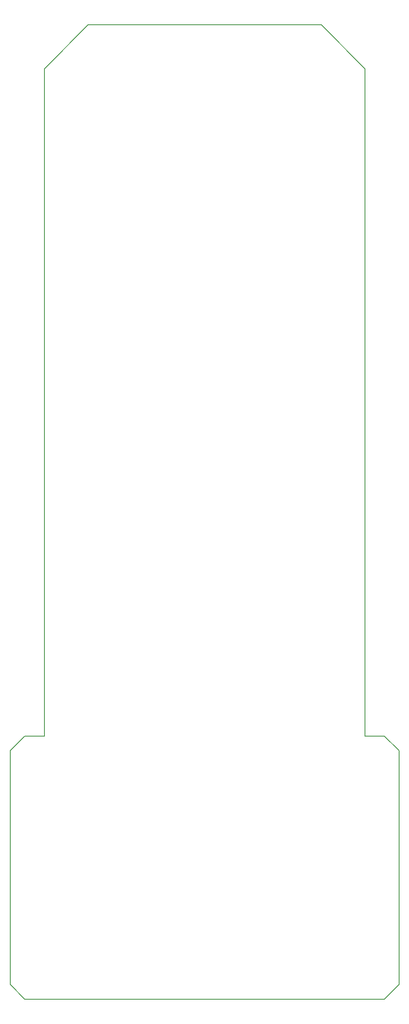
<source format=gm1>
G04*
G04 #@! TF.GenerationSoftware,Altium Limited,Altium Designer,23.10.1 (27)*
G04*
G04 Layer_Color=16711935*
%FSLAX25Y25*%
%MOIN*%
G70*
G04*
G04 #@! TF.SameCoordinates,DEC2BE8A-3C9D-4CA9-A4ED-9AED73E2F86B*
G04*
G04*
G04 #@! TF.FilePolarity,Positive*
G04*
G01*
G75*
%ADD10C,0.00787*%
D10*
X314961Y11811D02*
Y200787D01*
X11811Y0D02*
X303150D01*
X-0Y11811D02*
X11811Y0D01*
X303150D02*
X314961Y11811D01*
X287402Y212598D02*
X303150D01*
X314961Y200787D01*
X-0D02*
X11811Y212598D01*
X-0Y11811D02*
Y200787D01*
X11811Y212598D02*
X27559D01*
X62992Y787402D02*
X251968D01*
X287402Y751969D01*
Y212598D02*
Y751969D01*
X27559D02*
X62992Y787402D01*
X27559Y212598D02*
Y751969D01*
M02*

</source>
